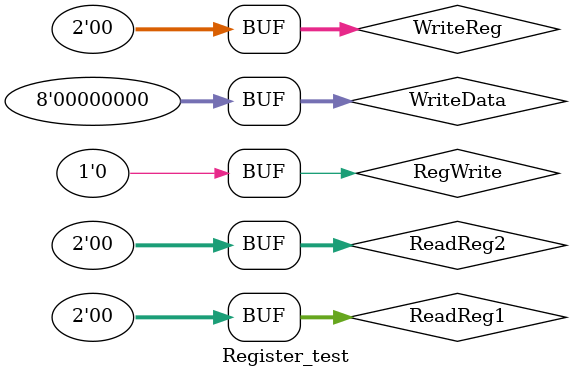
<source format=v>
`timescale 1ns / 1ps


module Register_test;

	// Inputs
	reg [1:0] ReadReg1;
	reg [1:0] ReadReg2;
	reg [1:0] WriteReg;
	reg [7:0] WriteData;
	reg RegWrite;

	// Outputs
	wire [7:0] ReadData1;
	wire [7:0] ReadData2;
	wire [3:0] BCD_ten;
	wire [3:0] BCD_one;

	// Instantiate the Unit Under Test (UUT)
	Register uut (
		.ReadReg1(ReadReg1), 
		.ReadReg2(ReadReg2), 
		.WriteReg(WriteReg), 
		.WriteData(WriteData), 
		.RegWrite(RegWrite), 
		.ReadData1(ReadData1), 
		.ReadData2(ReadData2), 
		.BCD_ten(BCD_ten), 
		.BCD_one(BCD_one)
	);

	initial begin
		// Initialize Inputs
		ReadReg1 = 0;
		ReadReg2 = 0;
		WriteReg = 0;
		WriteData = 0;
		RegWrite = 0;

		// Wait 100 ns for global reset to finish
		#100;
        
		// Add stimulus here

	end
      
endmodule


</source>
